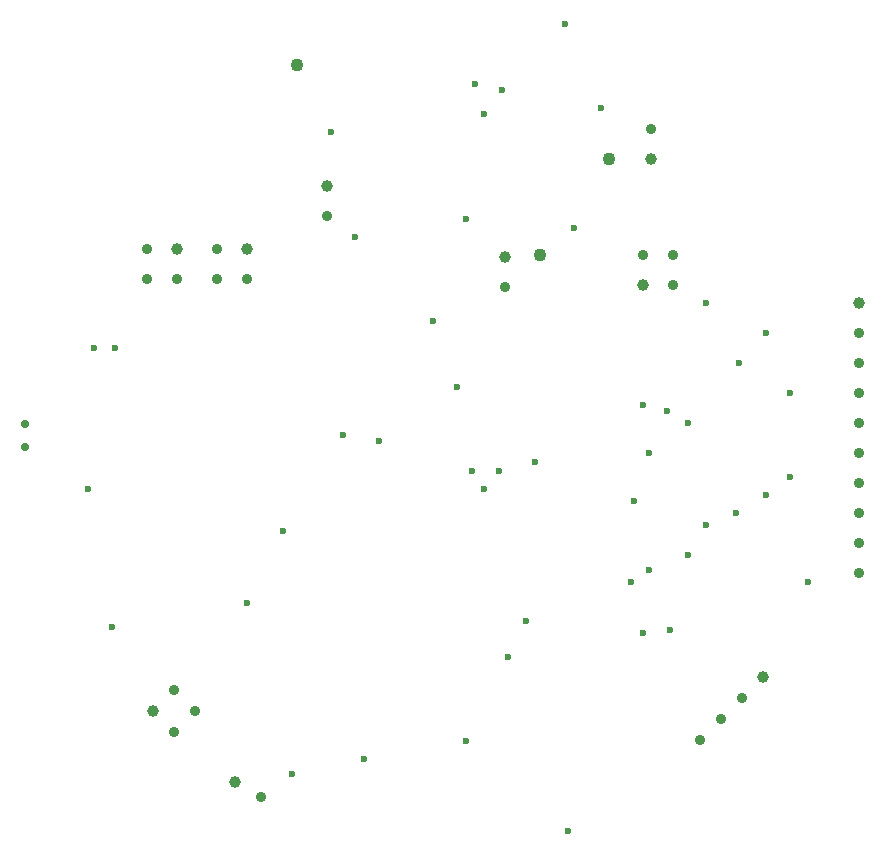
<source format=gbr>
G04 Generated by Ultiboard 13.0 *
%FSLAX25Y25*%
%MOIN*%

%ADD11C,0.02362*%
%ADD12C,0.03917*%
%ADD13C,0.03500*%
%ADD14C,0.02756*%
%ADD15C,0.04333*%


G04 ColorRGB 000000 for the following layer *
%LNDrill-Copper Top-Copper Bottom*%
%LPD*%
G54D11*
X234000Y-21000D03*
X227000Y-21000D03*
X225000Y-68000D03*
X278000Y-106000D03*
X365000Y-124000D03*
X431000Y-80000D03*
X431000Y-6000D03*
X442000Y-26000D03*
X290000Y-82000D03*
X233000Y-114000D03*
X385000Y-182000D03*
X441000Y-75969D03*
X306000Y51000D03*
X340000Y-12000D03*
X357000Y-68000D03*
X374000Y-59000D03*
X314000Y16000D03*
X351000Y22000D03*
X407000Y-72000D03*
X451000Y-70000D03*
X451000Y-16000D03*
X406000Y-99000D03*
X465000Y-99000D03*
X459000Y-64000D03*
X459000Y-36000D03*
X425000Y-90000D03*
X425000Y-46000D03*
X412000Y-95000D03*
X412000Y-56000D03*
X418000Y-42000D03*
X410000Y-40000D03*
X362000Y-62000D03*
X419000Y-115000D03*
X317000Y-158000D03*
X322000Y-52000D03*
X351000Y-152000D03*
X310000Y-50000D03*
X293000Y-163000D03*
X371000Y-112000D03*
X348000Y-34000D03*
X396000Y59000D03*
X387000Y19000D03*
X357000Y57000D03*
X384000Y87000D03*
X363000Y65000D03*
X354000Y67000D03*
X353000Y-62000D03*
X410000Y-116000D03*
G54D12*
X482000Y-6000D03*
X246500Y-142000D03*
X274000Y-165500D03*
X278000Y12000D03*
X254500Y12000D03*
X364000Y9500D03*
X410000Y0D03*
X412500Y42000D03*
X304500Y33000D03*
X450000Y-130500D03*
G54D13*
X482000Y-86000D03*
X482000Y-16000D03*
X482000Y-26000D03*
X482000Y-66000D03*
X482000Y-36000D03*
X482000Y-46000D03*
X482000Y-56000D03*
X482000Y-96000D03*
X482000Y-76000D03*
X253571Y-134929D03*
X260642Y-142000D03*
X253571Y-149071D03*
X282660Y-170500D03*
X278000Y2000D03*
X268000Y2000D03*
X268000Y12000D03*
X254500Y2000D03*
X244500Y2000D03*
X244500Y12000D03*
X364000Y-500D03*
X410000Y10000D03*
X420000Y0D03*
X420000Y10000D03*
X412500Y52000D03*
X304500Y23000D03*
X428787Y-151713D03*
X442929Y-137571D03*
X435858Y-144642D03*
G54D14*
X203919Y-46151D03*
X203919Y-54025D03*
G54D15*
X375500Y10000D03*
X398500Y42000D03*
X294500Y73500D03*

M02*

</source>
